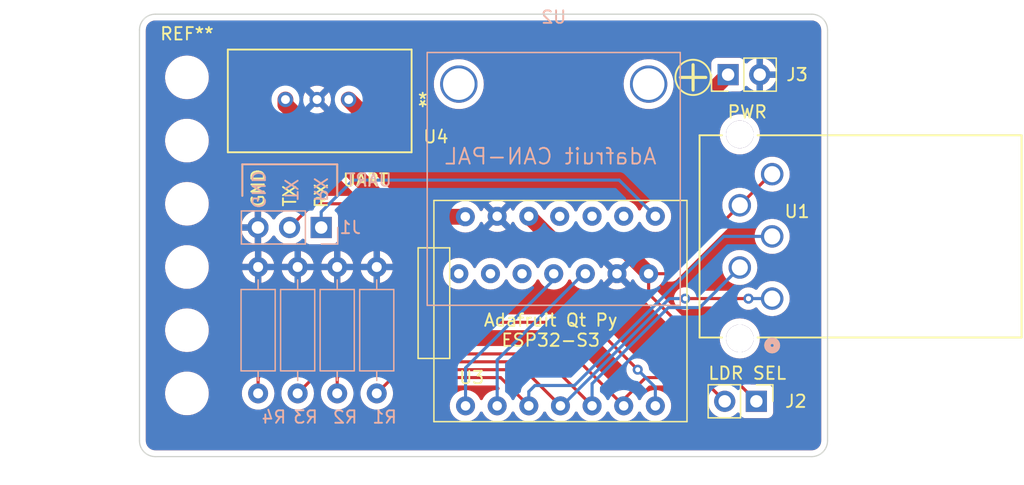
<source format=kicad_pcb>
(kicad_pcb (version 20211014) (generator pcbnew)
  (layers (0 "F.Cu" signal) (31 "B.Cu" signal) (34 "B.Paste" user) (35 "F.Paste" user) (36 "B.SilkS" user "B.Silkscreen") (37 "F.SilkS" user "F.Silkscreen") (38 "B.Mask" user) (39 "F.Mask" user) (44 "Edge.Cuts" user))
  (net 0 "")
  (net 1 "/UART_RX")
  (net 2 "/UART_TX")
  (net 3 "GND")
  (net 4 "+3V3")
  (net 5 "/LEADER")
  (net 6 "Net-(J3-Pad1)")
  (net 7 "/CHAN_B")
  (net 8 "/CHAN_A")
  (net 9 "/BUTTON")
  (net 10 "Net-(U2-Pad3)")
  (net 11 "Net-(U2-Pad4)")
  (net 18 "Net-(U3-Pad14)")
  (footprint "" (layer "F.Cu") (at -46.99 7.62)
    (fp_text reference "" (at 0 0) (layer "F.SilkS") (effects (font (size 1.27 1.27))))
    (fp_text value "" (at 0 0) (layer "F.SilkS") (effects (font (size 1.27 1.27))))
    (pad "" np_thru_hole circle (at 0 0) (size 2.5 2.5) (drill 2.5) (layers F&B.Cu *.Mask))
  )
  (footprint "" (layer "F.Cu") (at -46.99 2.54)
    (fp_text reference "" (at 0 0) (layer "F.SilkS") (effects (font (size 1.27 1.27))))
    (fp_text value "" (at 0 0) (layer "F.SilkS") (effects (font (size 1.27 1.27))))
    (pad "" np_thru_hole circle (at 0 0) (size 2.5 2.5) (drill 2.5) (layers F&B.Cu *.Mask))
  )
  (footprint "" (layer "F.Cu") (at -46.99 -12.7)
    (fp_text reference "" (at 0 0) (layer "F.SilkS") (effects (font (size 1.27 1.27))))
    (fp_text value "" (at 0 0) (layer "F.SilkS") (effects (font (size 1.27 1.27))))
    (pad "" np_thru_hole circle (at 0 0) (size 2.5 2.5) (drill 2.5) (layers F&B.Cu *.Mask))
  )
  (footprint "airball-hardware:Adafruit-QtPy-ESP32S3" (layer "F.Cu") (at -17 1 90)
    (fp_text reference "U3" (at -5.35 -7.13 unlocked) (layer "F.SilkS"))
    (fp_text value "Adafruit-QtPy-ESP32S3")
    (fp_line (start 8.89 10.16) (end -8.89 10.16) (layer "F.SilkS") (width 0.12))
    (fp_line (start -3.81 -11.43) (end -3.81 -8.89) (layer "F.SilkS") (width 0.12))
    (fp_line (start -3.81 -8.89) (end 5.08 -8.89) (layer "F.SilkS") (width 0.12))
    (fp_line (start 8.89 -10.16) (end 8.89 10.16) (layer "F.SilkS") (width 0.12))
    (fp_line (start -8.89 -10.16) (end 8.89 -10.16) (layer "F.SilkS") (width 0.12))
    (fp_line (start -8.89 10.16) (end -8.89 -10.16) (layer "F.SilkS") (width 0.12))
    (fp_line (start 5.08 -11.43) (end -3.81 -11.43) (layer "F.SilkS") (width 0.12))
    (fp_line (start 5.08 -8.89) (end 5.08 -11.43) (layer "F.SilkS") (width 0.12))
    (pad "1" thru_hole circle (at -7.62 -7.62 90) (size 1.524 1.524) (drill 0.762) (layers *.Cu *.Mask) (net 11 "Net-(U2-Pad4)"))
    (pad "2" thru_hole circle (at -7.62 -5.08 90) (size 1.524 1.524) (drill 0.762) (layers *.Cu *.Mask) (net 10 "Net-(U2-Pad3)"))
    (pad "3" thru_hole circle (at -7.62 -2.54 90) (size 1.524 1.524) (drill 0.762) (layers *.Cu *.Mask) (net 7 "/CHAN_B"))
    (pad "4" thru_hole circle (at -7.62 0 90) (size 1.524 1.524) (drill 0.762) (layers *.Cu *.Mask) (net 8 "/CHAN_A"))
    (pad "5" thru_hole circle (at -7.62 2.54 90) (size 1.524 1.524) (drill 0.762) (layers *.Cu *.Mask) (net 9 "/BUTTON"))
    (pad "6" thru_hole circle (at -7.62 5.08 90) (size 1.524 1.524) (drill 0.762) (layers *.Cu *.Mask) (net 5 "/LEADER"))
    (pad "7" thru_hole circle (at -7.62 7.62 90) (size 1.524 1.524) (drill 0.762) (layers *.Cu *.Mask) (net 2 "/UART_TX"))
    (pad "8" thru_hole circle (at 7.62 7.62 90) (size 1.524 1.524) (drill 0.762) (layers *.Cu *.Mask) (net 1 "/UART_RX"))
    (pad "9" thru_hole circle (at 7.62 5.08 90) (size 1.524 1.524) (drill 0.762) (layers *.Cu *.Mask))
    (pad "10" thru_hole circle (at 7.62 2.54 90) (size 1.524 1.524) (drill 0.762) (layers *.Cu *.Mask))
    (pad "11" thru_hole circle (at 7.608086 -0.060381 90) (size 1.524 1.524) (drill 0.762) (layers *.Cu *.Mask))
    (pad "12" thru_hole circle (at 7.62 -2.54 90) (size 1.524 1.524) (drill 0.762) (layers *.Cu *.Mask) (net 4 "+3V3"))
    (pad "13" thru_hole circle (at 7.62 -5.08 90) (size 1.524 1.524) (drill 0.762) (layers *.Cu *.Mask) (net 3 "GND"))
    (pad "14" thru_hole circle (at 7.577895 -7.638277 90) (size 1.524 1.524) (drill 0.762) (layers *.Cu *.Mask) (net 18 "Net-(U3-Pad14)"))
  )
  (footprint "" (layer "F.Cu") (at -46.99 -7.62)
    (fp_text reference "" (at 0 0) (layer "F.SilkS") (effects (font (size 1.27 1.27))))
    (fp_text value "" (at 0 0) (layer "F.SilkS") (effects (font (size 1.27 1.27))))
    (pad "" np_thru_hole circle (at 0 0) (size 2.5 2.5) (drill 2.5) (layers F&B.Cu *.Mask))
  )
  (footprint "Connector_PinHeader_2.54mm:PinHeader_1x02_P2.54mm_Vertical" (layer "F.Cu") (at -1.27 8.255 -90)
    (fp_text reference "J2" (at 0 -3.175) (layer "F.SilkS"))
    (fp_text value "Conn_01x02")
    (fp_line (start -1.33 1.27) (end 1.33 1.27) (layer "F.SilkS") (width 0.12))
    (fp_line (start -1.33 0) (end -1.33 -1.33) (layer "F.SilkS") (width 0.12))
    (fp_line (start -1.33 -1.33) (end 0 -1.33) (layer "F.SilkS") (width 0.12))
    (fp_line (start -1.33 3.87) (end 1.33 3.87) (layer "F.SilkS") (width 0.12))
    (fp_line (start 1.33 1.27) (end 1.33 3.87) (layer "F.SilkS") (width 0.12))
    (fp_line (start -1.33 1.27) (end -1.33 3.87) (layer "F.SilkS") (width 0.12))
    (pad "1" thru_hole rect (at 0 0 270) (size 1.7 1.7) (drill 1) (layers *.Cu *.Mask) (net 4 "+3V3"))
    (pad "2" thru_hole oval (at 0 2.54 270) (size 1.7 1.7) (drill 1) (layers *.Cu *.Mask) (net 5 "/LEADER"))
  )
  (footprint "Connector_PinHeader_2.54mm:PinHeader_1x02_P2.54mm_Vertical" (layer "F.Cu") (at -3.54 -18 90)
    (fp_text reference "J3" (at 0 5.54 180) (layer "F.SilkS"))
    (fp_text value "Conn_01x02")
    (fp_line (start -1.33 -1.33) (end 0 -1.33) (layer "F.SilkS") (width 0.12))
    (fp_line (start -1.33 3.87) (end 1.33 3.87) (layer "F.SilkS") (width 0.12))
    (fp_line (start 1.33 1.27) (end 1.33 3.87) (layer "F.SilkS") (width 0.12))
    (fp_line (start -1.33 1.27) (end 1.33 1.27) (layer "F.SilkS") (width 0.12))
    (fp_line (start -1.33 0) (end -1.33 -1.33) (layer "F.SilkS") (width 0.12))
    (fp_line (start -1.33 1.27) (end -1.33 3.87) (layer "F.SilkS") (width 0.12))
    (pad "1" thru_hole rect (at 0 0 90) (size 1.7 1.7) (drill 1) (layers *.Cu *.Mask) (net 6 "Net-(J3-Pad1)"))
    (pad "2" thru_hole oval (at 0 2.54 90) (size 1.7 1.7) (drill 1) (layers *.Cu *.Mask) (net 3 "GND"))
  )
  (footprint "MountingHole:MountingHole_2.5mm" (layer "F.Cu") (at -46.99 -17.78)
    (fp_text reference "REF**" (at 0 -3.5) (layer "F.SilkS"))
    (fp_text value "MountingHole_2.5mm")
    (pad "" np_thru_hole circle (at 0 0) (size 2.5 2.5) (drill 2.5) (layers *.Cu *.Mask))
  )
  (footprint "" (layer "F.Cu") (at -46.99 -2.54)
    (fp_text reference "" (at 0 0) (layer "F.SilkS") (effects (font (size 1.27 1.27))))
    (fp_text value "" (at 0 0) (layer "F.SilkS") (effects (font (size 1.27 1.27))))
    (pad "" np_thru_hole circle (at 0 0) (size 2.5 2.5) (drill 2.5) (layers F&B.Cu *.Mask))
  )
  (footprint "airball-hardware:PEC16-2215F_BRN" (layer "F.Cu") (at 0 0 -90)
    (fp_text reference "U1" (at -7 -2 unlocked) (layer "F.SilkS"))
    (fp_text value "PEC16-2215F-S0024")
    (fp_circle (center 3.763 0) (end 4.144 0) (layer "B.SilkS") (width 0.508) (fill none))
    (fp_line (start 3.128 1.164164) (end 3.128 -20.027) (layer "F.SilkS") (width 0.1524))
    (fp_line (start -13.128 -20.027) (end -13.128 1.164164) (layer "F.SilkS") (width 0.1524))
    (fp_line (start 3.128 5.830199) (end 3.128 4.035836) (layer "F.SilkS") (width 0.1524))
    (fp_line (start -13.128 4.035836) (end -13.128 5.830199) (layer "F.SilkS") (width 0.1524))
    (fp_line (start -13.128 5.830199) (end 3.128 5.830199) (layer "F.SilkS") (width 0.1524))
    (fp_line (start 3.128 -20.027) (end -13.128 -20.027) (layer "F.SilkS") (width 0.1524))
    (fp_circle (center 3.763 0) (end 4.144 0) (layer "F.SilkS") (width 0.508) (fill none))
    (pad "1" thru_hole circle (at 0 0 270) (size 1.8034 1.8034) (drill 1.2954) (layers *.Cu *.Mask) (net 8 "/CHAN_A"))
    (pad "2" thru_hole circle (at -5 0 270) (size 1.8034 1.8034) (drill 1.2954) (layers *.Cu *.Mask) (net 7 "/CHAN_B"))
    (pad "3" thru_hole circle (at -10 0 270) (size 1.8034 1.8034) (drill 1.2954) (layers *.Cu *.Mask) (net 4 "+3V3"))
    (pad "4" thru_hole circle (at -2.5 2.6 270) (size 1.8034 1.8034) (drill 1.2954) (layers *.Cu *.Mask) (net 9 "/BUTTON"))
    (pad "5" thru_hole circle (at -7.5 2.6 270) (size 1.8034 1.8034) (drill 1.2954) (layers *.Cu *.Mask) (net 4 "+3V3"))
    (pad "6" thru_hole circle (at -13.200002 2.6 270) (size 2.2098 2.2098) (drill 2.2098) (layers *.Cu *.Mask))
    (pad "7" thru_hole circle (at 3.200001 2.6 270) (size 2.2098 2.2098) (drill 2.2098) (layers *.Cu *.Mask))
  )
  (footprint "airball-hardware:TSR 2-2450_TRP" (layer "F.Cu") (at -34 -16 180)
    (fp_text reference "U4" (at -7 -3 unlocked) (layer "F.SilkS"))
    (fp_text value "TSR_2-2450")
    (fp_text user "*" (at -5.939409 0 180) (layer "F.SilkS"))
    (fp_text user "*" (at -5.939409 0 180 unlocked) (layer "F.SilkS"))
    (fp_line (start 9.706991 4.01701) (end 9.706991 -4.23799) (layer "F.SilkS") (width 0.1524))
    (fp_line (start -5.050409 -4.23799) (end -5.050409 4.01701) (layer "F.SilkS") (width 0.1524))
    (fp_line (start 9.706991 -4.23799) (end -5.050409 -4.23799) (layer "F.SilkS") (width 0.1524))
    (fp_line (start -5.050409 4.01701) (end 9.706991 4.01701) (layer "F.SilkS") (width 0.1524))
    (pad "1" thru_hole circle (at 0 0 180) (size 1.2192 1.2192) (drill 0.7112) (layers *.Cu *.Mask) (net 6 "Net-(J3-Pad1)"))
    (pad "2" thru_hole circle (at 2.54 0 180) (size 1.2192 1.2192) (drill 0.7112) (layers *.Cu *.Mask) (net 3 "GND"))
    (pad "3" thru_hole circle (at 5.08 0 180) (size 1.2192 1.2192) (drill 0.7112) (layers *.Cu *.Mask) (net 18 "Net-(U3-Pad14)"))
  )
  (footprint "Resistor_THT:R_Axial_DIN0207_L6.3mm_D2.5mm_P10.16mm_Horizontal" (layer "B.Cu") (at -41.275 7.62 90)
    (fp_text reference "R4" (at -1.905 1.27 180) (layer "B.SilkS") (effects (justify mirror)))
    (fp_text value "4.7k")
    (fp_line (start 1.81 -1.37) (end 8.35 -1.37) (layer "B.SilkS") (width 0.12))
    (fp_line (start 8.35 -1.37) (end 8.35 1.37) (layer "B.SilkS") (width 0.12))
    (fp_line (start 1.81 1.37) (end 1.81 -1.37) (layer "B.SilkS") (width 0.12))
    (fp_line (start 9.12 0) (end 8.35 0) (layer "B.SilkS") (width 0.12))
    (fp_line (start 8.35 1.37) (end 1.81 1.37) (layer "B.SilkS") (width 0.12))
    (fp_line (start 1.04 0) (end 1.81 0) (layer "B.SilkS") (width 0.12))
    (pad "1" thru_hole circle (at 0 0 90) (size 1.6 1.6) (drill 0.8) (layers *.Cu *.Mask) (net 5 "/LEADER"))
    (pad "2" thru_hole oval (at 10.16 0 90) (size 1.6 1.6) (drill 0.8) (layers *.Cu *.Mask) (net 3 "GND"))
  )
  (footprint "Resistor_THT:R_Axial_DIN0207_L6.3mm_D2.5mm_P10.16mm_Horizontal" (layer "B.Cu") (at -31.75 7.62 90)
    (fp_text reference "R1" (at -1.905 0.635 180) (layer "B.SilkS") (effects (justify mirror)))
    (fp_text value "4.7k")
    (fp_line (start 1.81 1.37) (end 1.81 -1.37) (layer "B.SilkS") (width 0.12))
    (fp_line (start 1.04 0) (end 1.81 0) (layer "B.SilkS") (width 0.12))
    (fp_line (start 1.81 -1.37) (end 8.35 -1.37) (layer "B.SilkS") (width 0.12))
    (fp_line (start 9.12 0) (end 8.35 0) (layer "B.SilkS") (width 0.12))
    (fp_line (start 8.35 -1.37) (end 8.35 1.37) (layer "B.SilkS") (width 0.12))
    (fp_line (start 8.35 1.37) (end 1.81 1.37) (layer "B.SilkS") (width 0.12))
    (pad "1" thru_hole circle (at 0 0 90) (size 1.6 1.6) (drill 0.8) (layers *.Cu *.Mask) (net 7 "/CHAN_B"))
    (pad "2" thru_hole oval (at 10.16 0 90) (size 1.6 1.6) (drill 0.8) (layers *.Cu *.Mask) (net 3 "GND"))
  )
  (footprint "Resistor_THT:R_Axial_DIN0207_L6.3mm_D2.5mm_P10.16mm_Horizontal" (layer "B.Cu") (at -34.925 7.62 90)
    (fp_text reference "R2" (at -1.905 0.635 180) (layer "B.SilkS") (effects (justify mirror)))
    (fp_text value "4.7k")
    (fp_line (start 1.04 0) (end 1.81 0) (layer "B.SilkS") (width 0.12))
    (fp_line (start 1.81 -1.37) (end 8.35 -1.37) (layer "B.SilkS") (width 0.12))
    (fp_line (start 1.81 1.37) (end 1.81 -1.37) (layer "B.SilkS") (width 0.12))
    (fp_line (start 8.35 -1.37) (end 8.35 1.37) (layer "B.SilkS") (width 0.12))
    (fp_line (start 9.12 0) (end 8.35 0) (layer "B.SilkS") (width 0.12))
    (fp_line (start 8.35 1.37) (end 1.81 1.37) (layer "B.SilkS") (width 0.12))
    (pad "1" thru_hole circle (at 0 0 90) (size 1.6 1.6) (drill 0.8) (layers *.Cu *.Mask) (net 8 "/CHAN_A"))
    (pad "2" thru_hole oval (at 10.16 0 90) (size 1.6 1.6) (drill 0.8) (layers *.Cu *.Mask) (net 3 "GND"))
  )
  (footprint "Resistor_THT:R_Axial_DIN0207_L6.3mm_D2.5mm_P10.16mm_Horizontal" (layer "B.Cu") (at -38.1 7.62 90)
    (fp_text reference "R3" (at -1.905 0.635 180) (layer "B.SilkS") (effects (justify mirror)))
    (fp_text value "4.7k")
    (fp_line (start 1.81 -1.37) (end 8.35 -1.37) (layer "B.SilkS") (width 0.12))
    (fp_line (start 8.35 1.37) (end 1.81 1.37) (layer "B.SilkS") (width 0.12))
    (fp_line (start 9.12 0) (end 8.35 0) (layer "B.SilkS") (width 0.12))
    (fp_line (start 8.35 -1.37) (end 8.35 1.37) (layer "B.SilkS") (width 0.12))
    (fp_line (start 1.81 1.37) (end 1.81 -1.37) (layer "B.SilkS") (width 0.12))
    (fp_line (start 1.04 0) (end 1.81 0) (layer "B.SilkS") (width 0.12))
    (pad "1" thru_hole circle (at 0 0 90) (size 1.6 1.6) (drill 0.8) (layers *.Cu *.Mask) (net 9 "/BUTTON"))
    (pad "2" thru_hole oval (at 10.16 0 90) (size 1.6 1.6) (drill 0.8) (layers *.Cu *.Mask) (net 3 "GND"))
  )
  (footprint "Connector_PinHeader_2.54mm:PinHeader_1x03_P2.54mm_Vertical" (layer "B.Cu") (at -36.21 -5.715 90)
    (fp_text reference "J1" (at 0 2.33 180) (layer "B.SilkS") (effects (justify mirror)))
    (fp_text value "Conn_01x03")
    (fp_line (start 1.33 -1.27) (end 1.33 -6.41) (layer "B.SilkS") (width 0.12))
    (fp_line (start -1.33 -1.27) (end -1.33 -6.41) (layer "B.SilkS") (width 0.12))
    (fp_line (start -1.33 0) (end -1.33 1.33) (layer "B.SilkS") (width 0.12))
    (fp_line (start -1.33 -6.41) (end 1.33 -6.41) (layer "B.SilkS") (width 0.12))
    (fp_line (start -1.33 1.33) (end 0 1.33) (layer "B.SilkS") (width 0.12))
    (fp_line (start -1.33 -1.27) (end 1.33 -1.27) (layer "B.SilkS") (width 0.12))
    (pad "1" thru_hole rect (at 0 0 90) (size 1.7 1.7) (drill 1) (layers *.Cu *.Mask) (net 1 "/UART_RX"))
    (pad "2" thru_hole oval (at 0 -2.54 90) (size 1.7 1.7) (drill 1) (layers *.Cu *.Mask) (net 2 "/UART_TX"))
    (pad "3" thru_hole oval (at 0 -5.08 90) (size 1.7 1.7) (drill 1) (layers *.Cu *.Mask) (net 3 "GND"))
  )
  (footprint "airball-hardware:Adafruit-CAN-PAL" (layer "B.Cu") (at -17.54 -9.62 180)
    (fp_text reference "U2" (at 0 13 unlocked) (layer "B.SilkS") (effects (justify mirror)))
    (fp_text value "Adafruit-CAN-PAL")
    (fp_line (start 10.16 10.16) (end 10.16 -10.16) (layer "B.SilkS") (width 0.12))
    (fp_line (start -10.16 -10.16) (end -10.16 10.16) (layer "B.SilkS") (width 0.12))
    (fp_line (start -10.16 10.16) (end 10.16 10.16) (layer "B.SilkS") (width 0.12))
    (fp_line (start 10.16 -10.16) (end -10.16 -10.16) (layer "B.SilkS") (width 0.12))
    (pad "" np_thru_hole circle (at -7.62 7.62 180) (size 3 3) (drill 2.54) (layers F&B.Cu *.Mask))
    (pad "" np_thru_hole circle (at 7.62 7.62 180) (size 3 3) (drill 2.54) (layers F&B.Cu *.Mask))
    (pad "1" thru_hole circle (at -7.62 -7.62 180) (size 1.524 1.524) (drill 0.762) (layers *.Cu *.Mask) (net 4 "+3V3"))
    (pad "2" thru_hole circle (at -5.08 -7.62 180) (size 1.524 1.524) (drill 0.762) (layers *.Cu *.Mask) (net 3 "GND"))
    (pad "3" thru_hole circle (at -2.54 -7.62 180) (size 1.524 1.524) (drill 0.762) (layers *.Cu *.Mask) (net 10 "Net-(U2-Pad3)"))
    (pad "4" thru_hole circle (at 0 -7.62 180) (size 1.524 1.524) (drill 0.762) (layers *.Cu *.Mask) (net 11 "Net-(U2-Pad4)"))
    (pad "5" thru_hole circle (at 2.54 -7.62 180) (size 1.524 1.524) (drill 0.762) (layers *.Cu *.Mask))
    (pad "6" thru_hole circle (at 5.08 -7.62 180) (size 1.524 1.524) (drill 0.762) (layers *.Cu *.Mask))
    (pad "7" thru_hole circle (at 7.62 -7.62 180) (size 1.524 1.524) (drill 0.762) (layers *.Cu *.Mask))
  )
  (gr_line (start -42.545 -10.795) (end -34.925 -10.795) (layer "B.SilkS") (width 0.15))
  (gr_line (start -42.545 -8.255) (end -42.545 -10.795) (layer "B.SilkS") (width 0.15))
  (gr_line (start -34.925 -10.795) (end -34.925 -8.255) (layer "B.SilkS") (width 0.15))
  (gr_line (start -6.35 -18.796) (end -6.35 -16.764) (layer "F.SilkS") (width 0.254))
  (gr_circle (center -6.35 -17.78) (end -7.62 -18.415) (layer "F.SilkS") (width 0.15) (fill none))
  (gr_line (start -34.925 -10.795) (end -34.925 -8.255) (layer "F.SilkS") (width 0.15))
  (gr_line (start -7.366 -17.78) (end -5.334 -17.78) (layer "F.SilkS") (width 0.254))
  (gr_line (start -42.545 -8.255) (end -42.545 -10.795) (layer "F.SilkS") (width 0.15))
  (gr_line (start -42.545 -10.795) (end -34.925 -10.795) (layer "F.SilkS") (width 0.15))
  (gr_arc (start -49.53 12.7) (mid -50.428026 12.328026) (end -50.8 11.43) (layer "Edge.Cuts") (width 0.1))
  (gr_arc (start 3.175 -22.86) (mid 4.073026 -22.488026) (end 4.445 -21.59) (layer "Edge.Cuts") (width 0.1))
  (gr_line (start -50.8 11.43) (end -50.8 -21.59) (layer "Edge.Cuts") (width 0.1))
  (gr_arc (start -50.8 -21.59) (mid -50.428026 -22.488026) (end -49.53 -22.86) (layer "Edge.Cuts") (width 0.1))
  (gr_line (start 3.175 12.7) (end -49.53 12.7) (layer "Edge.Cuts") (width 0.1))
  (gr_arc (start 4.445 11.43) (mid 4.073026 12.328026) (end 3.175 12.7) (layer "Edge.Cuts") (width 0.1))
  (gr_line (start -49.53 -22.86) (end 3.175 -22.86) (layer "Edge.Cuts") (width 0.1))
  (gr_line (start 4.445 -21.59) (end 4.445 11.43) (layer "Edge.Cuts") (width 0.1))
  (gr_text "UART" (at -32.385 -9.525) (layer "B.SilkS") (effects (font (size 1 1)) (justify mirror)))
  (gr_text "TX" (at -38.645 -8.763 270) (layer "B.SilkS") (effects (font (size 1 1)) (justify mirror)))
  (gr_text "RX" (at -36.275 -8.763 270) (layer "B.SilkS") (effects (font (size 1 1)) (justify mirror)))
  (gr_text "Adafruit CAN-PAL" (at -17.78 -11.43) (layer "B.SilkS") (effects (font (size 1.27 1.27)) (justify mirror)))
  (gr_text "GND" (at -41.275 -8.763 270) (layer "B.SilkS") (effects (font (size 1 1)) (justify mirror)))
  (gr_text "RX" (at -36.195 -8.255 90) (layer "F.SilkS") (effects (font (size 1 1))))
  (gr_text "PWR" (at -2 -15) (layer "F.SilkS") (effects (font (size 1 1))))
  (gr_text "UART" (at -32.639 -9.525) (layer "F.SilkS") (effects (font (size 1 1))))
  (gr_text "TX" (at -38.735 -8.255 90) (layer "F.SilkS") (effects (font (size 1 1))))
  (gr_text "LDR SEL" (at -2 6) (layer "F.SilkS") (effects (font (size 1 1))))
  (gr_text "GND" (at -41.275 -8.89 90) (layer "F.SilkS") (effects (font (size 1 1))))
  (gr_text "Adafruit Qt Py\nESP32-S3" (at -17.78 2.54) (layer "F.SilkS") (effects (font (size 1 1))))
  (segment (start -12.285 -9.525) (end -9.38 -6.62) (width 0.25) (layer "B.Cu") (net 1))
  (segment (start -33.655 -9.525) (end -12.285 -9.525) (width 0.25) (layer "B.Cu") (net 1))
  (segment (start -36.21 -5.715) (end -36.21 -6.97) (width 0.25) (layer "B.Cu") (net 1))
  (segment (start -36.21 -6.97) (end -33.655 -9.525) (width 0.25) (layer "B.Cu") (net 1))
  (segment (start -36.845 -7.62) (end -38.75 -5.715) (width 0.25) (layer "F.Cu") (net 2))
  (segment (start -10.795 5.715) (end -14.605 1.905) (width 0.25) (layer "F.Cu") (net 2))
  (segment (start -33.655 -7.62) (end -36.845 -7.62) (width 0.25) (layer "F.Cu") (net 2))
  (segment (start -25.4 1.905) (end -28.575 -1.27) (width 0.25) (layer "F.Cu") (net 2))
  (segment (start -14.605 1.905) (end -25.4 1.905) (width 0.25) (layer "F.Cu") (net 2))
  (segment (start -28.575 -1.27) (end -28.575 -2.54) (width 0.25) (layer "F.Cu") (net 2))
  (segment (start -28.575 -2.54) (end -33.655 -7.62) (width 0.25) (layer "F.Cu") (net 2))
  (via (at -10.795 5.715) (size 0.8) (drill 0.4) (layers "F.Cu" "B.Cu") (net 2))
  (segment (start -9.38 8.62) (end -9.38 7.13) (width 0.25) (layer "B.Cu") (net 2))
  (segment (start -9.38 7.13) (end -10.795 5.715) (width 0.25) (layer "B.Cu") (net 2))
  (segment (start -8.1 -2) (end -2.6 -7.5) (width 0.25) (layer "F.Cu") (net 4))
  (segment (start -0.1 -10) (end 0 -10) (width 0.25) (layer "F.Cu") (net 4))
  (segment (start -9.92 -2) (end -9.92 -0.395) (width 0.25) (layer "F.Cu") (net 4))
  (segment (start -12.365 -4.445) (end -17.365 -4.445) (width 1.27) (layer "F.Cu") (net 4))
  (segment (start -9.92 -2) (end -8.1 -2) (width 0.25) (layer "F.Cu") (net 4))
  (segment (start -9.92 -2) (end -12.365 -4.445) (width 1.27) (layer "F.Cu") (net 4))
  (segment (start -2.6 -7.5) (end -0.1 -10) (width 0.25) (layer "F.Cu") (net 4))
  (segment (start -9.92 -0.395) (end -1.27 8.255) (width 0.25) (layer "F.Cu") (net 4))
  (segment (start -17.365 -4.445) (end -19.54 -6.62) (width 1.27) (layer "F.Cu") (net 4))
  (segment (start -11.92 8.11) (end -11.92 8.62) (width 0.25) (layer "F.Cu") (net 5))
  (segment (start -3.81 8.255) (end -5.715 6.35) (width 0.25) (layer "F.Cu") (net 5))
  (segment (start -5.715 6.35) (end -10.16 6.35) (width 0.25) (layer "F.Cu") (net 5))
  (segment (start -11.92 8.62) (end -16.095 4.445) (width 0.25) (layer "F.Cu") (net 5))
  (segment (start -41.275 6.35) (end -41.275 7.62) (width 0.25) (layer "F.Cu") (net 5))
  (segment (start -16.095 4.445) (end -39.37 4.445) (width 0.25) (layer "F.Cu") (net 5))
  (segment (start -39.37 4.445) (end -41.275 6.35) (width 0.25) (layer "F.Cu") (net 5))
  (segment (start -10.16 6.35) (end -11.92 8.11) (width 0.25) (layer "F.Cu") (net 5))
  (segment (start -8.205 -13.335) (end -31.335 -13.335) (width 1.27) (layer "F.Cu") (net 6))
  (segment (start -3.54 -18) (end -8.205 -13.335) (width 1.27) (layer "F.Cu") (net 6))
  (segment (start -31.335 -13.335) (end -34 -16) (width 1.27) (layer "F.Cu") (net 6))
  (segment (start -30.48 6.35) (end -31.75 7.62) (width 0.25) (layer "F.Cu") (net 7))
  (segment (start -19.54 8.62) (end -21.81 6.35) (width 0.25) (layer "F.Cu") (net 7))
  (segment (start -21.81 6.35) (end -30.48 6.35) (width 0.25) (layer "F.Cu") (net 7))
  (segment (start -15.875 6.985) (end -3.89 -5) (width 0.25) (layer "B.Cu") (net 7))
  (segment (start -3.89 -5) (end 0 -5) (width 0.25) (layer "B.Cu") (net 7))
  (segment (start -19.54 7.475) (end -19.05 6.985) (width 0.25) (layer "B.Cu") (net 7))
  (segment (start -19.05 6.985) (end -15.875 6.985) (width 0.25) (layer "B.Cu") (net 7))
  (segment (start -19.54 8.62) (end -19.54 7.475) (width 0.25) (layer "B.Cu") (net 7))
  (segment (start -34.925 6.35) (end -34.925 7.62) (width 0.25) (layer "F.Cu") (net 8))
  (segment (start -17 8.62) (end -19.905 5.715) (width 0.25) (layer "F.Cu") (net 8))
  (segment (start -1.905 0) (end -6.985 0) (width 0.25) (layer "F.Cu") (net 8))
  (segment (start -19.905 5.715) (end -34.29 5.715) (width 0.25) (layer "F.Cu") (net 8))
  (segment (start -34.29 5.715) (end -34.925 6.35) (width 0.25) (layer "F.Cu") (net 8))
  (via (at -1.905 0) (size 0.8) (drill 0.4) (layers "F.Cu" "B.Cu") (net 8))
  (via (at -1.905 0) (size 0.8) (drill 0.4) (layers "F.Cu" "B.Cu") (net 8))
  (via (at -6.985 0) (size 0.8) (drill 0.4) (layers "F.Cu" "B.Cu") (net 8))
  (segment (start 0 0) (end -1.905 0) (width 0.25) (layer "B.Cu") (net 8))
  (segment (start -6.985 0) (end -8.253604 0) (width 0.25) (layer "B.Cu") (net 8))
  (segment (start -8.253604 0) (end -16.873604 8.62) (width 0.25) (layer "B.Cu") (net 8))
  (segment (start -16.873604 8.62) (end -17 8.62) (width 0.25) (layer "B.Cu") (net 8))
  (segment (start -14.46 8.62) (end -18 5.08) (width 0.25) (layer "F.Cu") (net 9))
  (segment (start -18 5.08) (end -35.56 5.08) (width 0.25) (layer "F.Cu") (net 9))
  (segment (start -35.56 5.08) (end -38.1 7.62) (width 0.25) (layer "F.Cu") (net 9))
  (segment (start -8.342208 0.725) (end -14.46 6.842792) (width 0.25) (layer "B.Cu") (net 9))
  (segment (start -2.6 -2.5) (end -5.825 0.725) (width 0.25) (layer "B.Cu") (net 9))
  (segment (start -5.825 0.725) (end -8.342208 0.725) (width 0.25) (layer "B.Cu") (net 9))
  (segment (start -14.46 6.842792) (end -14.46 8.62) (width 0.25) (layer "B.Cu") (net 9))
  (segment (start -15 -2) (end -15.145 -2) (width 0.25) (layer "B.Cu") (net 10))
  (segment (start -22.08 4.935) (end -22.08 8.62) (width 0.25) (layer "B.Cu") (net 10))
  (segment (start -15.145 -2) (end -22.08 4.935) (width 0.25) (layer "B.Cu") (net 10))
  (segment (start -17.54 -2) (end -17.54 -1.51) (width 0.25) (layer "B.Cu") (net 11))
  (segment (start -17.54 -1.51) (end -24.62 5.57) (width 0.25) (layer "B.Cu") (net 11))
  (segment (start -24.62 5.57) (end -24.62 8.62) (width 0.25) (layer "B.Cu") (net 11))
  (segment (start -39.08 -15.585) (end -30.072895 -6.577895) (width 1.27) (layer "F.Cu") (net 18))
  (segment (start -39.08 -16) (end -39.08 -15.585) (width 1.27) (layer "F.Cu") (net 18))
  (segment (start -30.072895 -6.577895) (end -24.638277 -6.577895) (width 1.27) (layer "F.Cu") (net 18))
  (zone (net 3) (net_name "GND") (layers F&B.Cu) (connect_pads (clearance 0.508)) (min_thickness 0.254) (fill yes (thermal_gap 0.508) (thermal_bridge_width 0.508))
    (polygon (pts (xy 7.0984 15) (xy -62 15) (xy -62 -24) (xy 7 -24)))
  )
)
</source>
